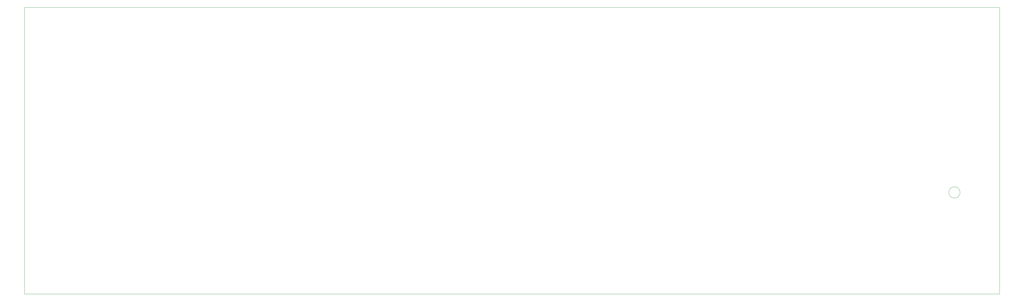
<source format=gm1>
%TF.GenerationSoftware,KiCad,Pcbnew,7.0.11*%
%TF.CreationDate,2024-04-25T10:03:52+05:30*%
%TF.ProjectId,Lexicon 69,4c657869-636f-46e2-9036-392e6b696361,rev?*%
%TF.SameCoordinates,Original*%
%TF.FileFunction,Profile,NP*%
%FSLAX46Y46*%
G04 Gerber Fmt 4.6, Leading zero omitted, Abs format (unit mm)*
G04 Created by KiCad (PCBNEW 7.0.11) date 2024-04-25 10:03:52*
%MOMM*%
%LPD*%
G01*
G04 APERTURE LIST*
%TA.AperFunction,Profile*%
%ADD10C,0.100000*%
%TD*%
%TA.AperFunction,Profile*%
%ADD11C,0.050000*%
%TD*%
G04 APERTURE END LIST*
D10*
X358378125Y-133000000D02*
G75*
G03*
X354621875Y-133000000I-1878125J0D01*
G01*
X354621875Y-133000000D02*
G75*
G03*
X358378125Y-133000000I1878125J0D01*
G01*
D11*
X47625000Y-71437500D02*
X371475000Y-71437500D01*
X371475000Y-166687500D01*
X47625000Y-166687500D01*
X47625000Y-71437500D01*
M02*

</source>
